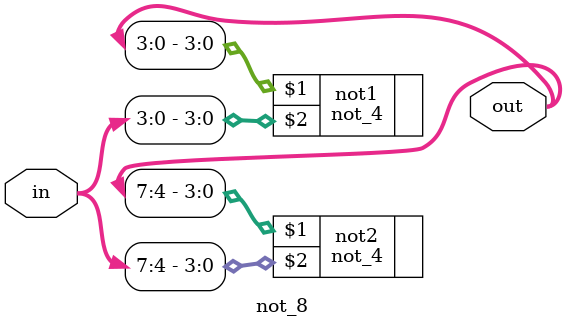
<source format=v>
module not_8(out, in);

	input [7:0] in;
	output [7:0] out;
	
	not_4 not1(out[3:0], in[3:0]);
	not_4 not2(out[7:4], in[7:4]);
	
endmodule

</source>
